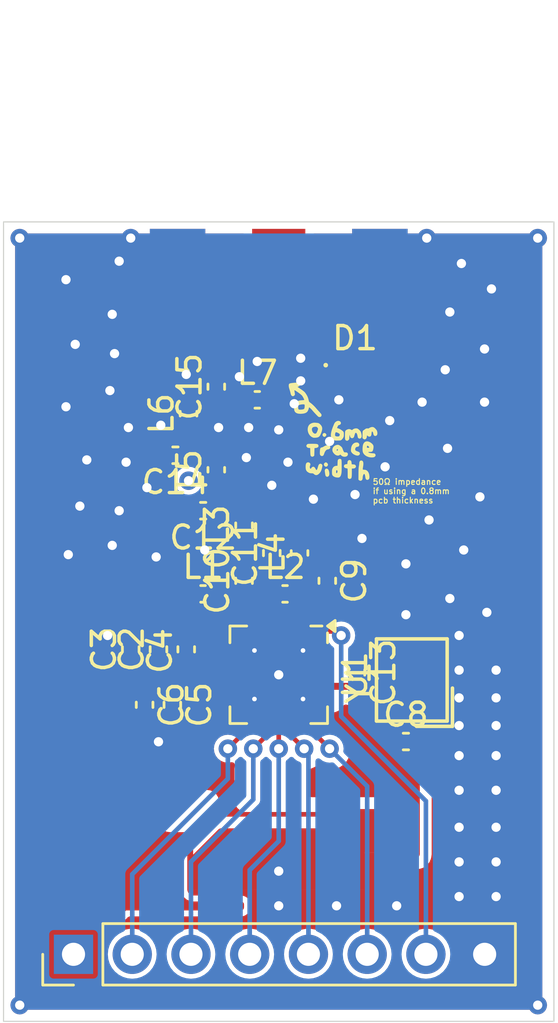
<source format=kicad_pcb>
(kicad_pcb (version 20240108) (generator "pcbnew") (generator_version "8.0")
  (layers (0 "F.Cu" signal) (31 "B.Cu" signal) (34 "B.Paste" user) (35 "F.Paste" user) (36 "B.SilkS" user "B.Silkscreen") (37 "F.SilkS" user "F.Silkscreen") (38 "B.Mask" user) (39 "F.Mask" user) (44 "Edge.Cuts" user))
  (net 0 "")
  (net 1 "GND")
  (net 2 "+3V3")
  (net 3 "RX+")
  (net 4 "TX")
  (net 5 "Net-(C10-Pad2)")
  (net 6 "Net-(C11-Pad2)")
  (net 7 "RX-")
  (net 8 "XIN")
  (net 9 "Net-(Y1-Output)")
  (net 10 "Net-(C14-Pad1)")
  (net 11 "Net-(C15-Pad1)")
  (net 12 "Net-(J2-RF)")
  (net 13 "SCLK")
  (net 16 "MISO")
  (net 18 "nCS")
  (net 20 "nINT")
  (net 22 "SDN")
  (net 24 "MOSI")
  (footprint "LOGO" (layer "F.Cu") (at 202.402191 62.745326)
    (property "Reference" "G***" (hide yes))
    (property "Value" "LOGO" (hide yes))
  )
  (footprint "Capacitor_SMD:C_0402_1005Metric_Pad0.74x0.62mm_HandSolder" (layer "F.Cu") (at 197.82 61.1625 90)
    (property "Reference" "C15" (at 0 -1.16 90) (layer "F.SilkS"))
    (property "Value" "3p3")
    (pad "1" smd roundrect (at -0.5675 0 90) (size 0.735 0.62) (layers "F.Cu" "F.Paste" "F.Mask") (net 11 "Net-(C15-Pad1)"))
    (pad "2" smd roundrect (at 0.5675 0 90) (size 0.735 0.62) (layers "F.Cu" "F.Paste" "F.Mask") (net 1 "GND"))
  )
  (footprint "Capacitor_SMD:C_0402_1005Metric_Pad0.74x0.62mm_HandSolder" (layer "F.Cu") (at 206.02 76.52)
    (property "Reference" "C8" (at 0 -1.16 0) (layer "F.SilkS"))
    (property "Value" "10n")
    (pad "1" smd roundrect (at -0.5675 0) (size 0.735 0.62) (layers "F.Cu" "F.Paste" "F.Mask") (net 2 "+3V3"))
    (pad "2" smd roundrect (at 0.5675 0) (size 0.735 0.62) (layers "F.Cu" "F.Paste" "F.Mask") (net 1 "GND"))
  )
  (footprint "Capacitor_SMD:C_0402_1005Metric_Pad0.74x0.62mm_HandSolder" (layer "F.Cu") (at 200.22 68.3625 90)
    (property "Reference" "C11" (at 0 -1.16 90) (layer "F.SilkS"))
    (property "Value" "1p2")
    (pad "1" smd roundrect (at -0.5675 0 90) (size 0.735 0.62) (layers "F.Cu" "F.Paste" "F.Mask") (net 7 "RX-"))
    (pad "2" smd roundrect (at 0.5675 0 90) (size 0.735 0.62) (layers "F.Cu" "F.Paste" "F.Mask") (net 6 "Net-(C11-Pad2)"))
  )
  (footprint "Capacitor_SMD:C_0402_1005Metric_Pad0.74x0.62mm_HandSolder" (layer "F.Cu") (at 195.92 74.93 -90)
    (property "Reference" "C5" (at 0 -1.16 90) (layer "F.SilkS"))
    (property "Value" "220p")
    (pad "1" smd roundrect (at -0.5675 0 270) (size 0.735 0.62) (layers "F.Cu" "F.Paste" "F.Mask") (net 2 "+3V3"))
    (pad "2" smd roundrect (at 0.5675 0 270) (size 0.735 0.62) (layers "F.Cu" "F.Paste" "F.Mask") (net 1 "GND"))
  )
  (footprint "Capacitor_SMD:C_0402_1005Metric_Pad0.74x0.62mm_HandSolder" (layer "F.Cu") (at 197.2525 66.53 180)
    (property "Reference" "C12" (at 0 -1.16 0) (layer "F.SilkS"))
    (property "Value" "6n8")
    (pad "1" smd roundrect (at -0.5675 0 180) (size 0.735 0.62) (layers "F.Cu" "F.Paste" "F.Mask") (net 6 "Net-(C11-Pad2)"))
    (pad "2" smd roundrect (at 0.5675 0 180) (size 0.735 0.62) (layers "F.Cu" "F.Paste" "F.Mask") (net 1 "GND"))
  )
  (footprint "Inductor_SMD:L_0402_1005Metric_Pad0.77x0.64mm_HandSolder" (layer "F.Cu") (at 197.2475 70.13)
    (property "Reference" "L1" (at 0 -1.17 0) (layer "F.SilkS"))
    (property "Value" "120n")
    (pad "1" smd roundrect (at -0.5725 0) (size 0.765 0.64) (layers "F.Cu" "F.Paste" "F.Mask") (net 2 "+3V3"))
    (pad "2" smd roundrect (at 0.5725 0) (size 0.765 0.64) (layers "F.Cu" "F.Paste" "F.Mask") (net 4 "TX"))
  )
  (footprint "Capacitor_SMD:C_0402_1005Metric_Pad0.74x0.62mm_HandSolder" (layer "F.Cu") (at 196.52 72.53 90)
    (property "Reference" "C4" (at -0.07 -1.14 90) (layer "F.SilkS"))
    (property "Value" "100n")
    (pad "1" smd roundrect (at -0.5675 0 90) (size 0.735 0.62) (layers "F.Cu" "F.Paste" "F.Mask") (net 2 "+3V3"))
    (pad "2" smd roundrect (at 0.5675 0 90) (size 0.735 0.62) (layers "F.Cu" "F.Paste" "F.Mask") (net 1 "GND"))
  )
  (footprint "Diode_SMD:D_0402_1005Metric_Pad0.77x0.64mm_HandSolder" (layer "F.Cu") (at 203.8175 60.23)
    (property "Reference" "D1" (at 0 -1.17 0) (layer "F.SilkS"))
    (property "Value" "D_ESD")
    (pad "1" smd roundrect (at -0.5725 0) (size 0.765 0.64) (layers "F.Cu" "F.Paste" "F.Mask") (net 12 "Net-(J2-RF)"))
    (pad "2" smd roundrect (at 0.5725 0) (size 0.765 0.64) (layers "F.Cu" "F.Paste" "F.Mask") (net 1 "GND"))
  )
  (footprint "Strix:SMA-Edge" (layer "F.Cu") (at 200.52 56.83)
    (property "Reference" "J2")
    (property "Value" "Coax")
    (pad "1" smd rect (at 0 0) (size 2.3 5) (layers "F.Cu" "F.Paste" "F.Mask") (net 12 "Net-(J2-RF)"))
    (pad "2" smd rect (at -4.375 0) (size 2.4 5) (layers "F.Cu" "F.Paste" "F.Mask") (net 1 "GND"))
    (pad "2" smd rect (at -4.375 0) (size 2.4 5) (layers "B.Cu" "B.Paste" "B.Mask") (net 1 "GND"))
    (pad "2" smd rect (at 4.375 0) (size 2.4 5) (layers "F.Cu" "F.Paste" "F.Mask") (net 1 "GND"))
    (pad "2" smd rect (at 4.375 0) (size 2.4 5) (layers "B.Cu" "B.Paste" "B.Mask") (net 1 "GND"))
  )
  (footprint "Inductor_SMD:L_0402_1005Metric_Pad0.77x0.64mm_HandSolder" (layer "F.Cu") (at 197.82 64.7575 90)
    (property "Reference" "L5" (at 0 -1.17 90) (layer "F.SilkS"))
    (property "Value" "12n")
    (pad "1" smd roundrect (at -0.5725 0 90) (size 0.765 0.64) (layers "F.Cu" "F.Paste" "F.Mask") (net 6 "Net-(C11-Pad2)"))
    (pad "2" smd roundrect (at 0.5725 0 90) (size 0.765 0.64) (layers "F.Cu" "F.Paste" "F.Mask") (net 10 "Net-(C14-Pad1)"))
  )
  (footprint "Capacitor_SMD:C_0402_1005Metric_Pad0.74x0.62mm_HandSolder" (layer "F.Cu") (at 195.32 72.53 90)
    (property "Reference" "C2" (at 0 -1.16 90) (layer "F.SilkS"))
    (property "Value" "1u")
    (pad "1" smd roundrect (at -0.5675 0 90) (size 0.735 0.62) (layers "F.Cu" "F.Paste" "F.Mask") (net 2 "+3V3"))
    (pad "2" smd roundrect (at 0.5675 0 90) (size 0.735 0.62) (layers "F.Cu" "F.Paste" "F.Mask") (net 1 "GND"))
  )
  (footprint "Capacitor_SMD:C_0402_1005Metric_Pad0.74x0.62mm_HandSolder" (layer "F.Cu") (at 203.88 73.53 -90)
    (property "Reference" "C13" (at 0 -1.16 90) (layer "F.SilkS"))
    (property "Value" "1n")
    (pad "1" smd roundrect (at -0.5675 0 270) (size 0.735 0.62) (layers "F.Cu" "F.Paste" "F.Mask") (net 9 "Net-(Y1-Output)"))
    (pad "2" smd roundrect (at 0.5675 0 270) (size 0.735 0.62) (layers "F.Cu" "F.Paste" "F.Mask") (net 8 "XIN"))
  )
  (footprint "Inductor_SMD:L_0402_1005Metric_Pad0.77x0.64mm_HandSolder" (layer "F.Cu") (at 199.5925 61.73)
    (property "Reference" "L7" (at 0 -1.17 0) (layer "F.SilkS"))
    (property "Value" "12n")
    (pad "1" smd roundrect (at -0.5725 0) (size 0.765 0.64) (layers "F.Cu" "F.Paste" "F.Mask") (net 11 "Net-(C15-Pad1)"))
    (pad "2" smd roundrect (at 0.5725 0) (size 0.765 0.64) (layers "F.Cu" "F.Paste" "F.Mask") (net 12 "Net-(J2-RF)"))
  )
  (footprint "2T026000VY:CRYSTAL-SMD_4P-L2.5-W2.0-BL-1" (layer "F.Cu") (at 206.2755 73.856 90)
    (property "Reference" "Y1" (at -0.114 -2.30475 90) (layer "F.SilkS"))
    (property "Value" "26MHz")
    (pad "1" smd rect (at -0.95 0.75 90) (size 1.2 1.1) (layers "F.Cu" "F.Paste" "F.Mask") (net 1 "GND"))
    (pad "2" smd rect (at 0.95 0.75 90) (size 1.2 1.1) (layers "F.Cu" "F.Paste" "F.Mask") (net 1 "GND"))
    (pad "3" smd rect (at 0.95 -0.75 90) (size 1.2 1.1) (layers "F.Cu" "F.Paste" "F.Mask") (net 9 "Net-(Y1-Output)"))
    (pad "4" smd rect (at -0.95 -0.75 90) (size 1.2 1.1) (layers "F.Cu" "F.Paste" "F.Mask") (net 2 "+3V3"))
  )
  (footprint "Inductor_SMD:L_0402_1005Metric_Pad0.77x0.64mm_HandSolder" (layer "F.Cu") (at 200.7925 70.13)
    (property "Reference" "L2" (at 0 -1.17 0) (layer "F.SilkS"))
    (property "Value" "18n")
    (pad "1" smd roundrect (at -0.5725 0) (size 0.765 0.64) (layers "F.Cu" "F.Paste" "F.Mask") (net 7 "RX-"))
    (pad "2" smd roundrect (at 0.5725 0) (size 0.765 0.64) (layers "F.Cu" "F.Paste" "F.Mask") (net 3 "RX+"))
  )
  (footprint "Capacitor_SMD:C_0402_1005Metric_Pad0.74x0.62mm_HandSolder" (layer "F.Cu") (at 194.12 72.53 90)
    (property "Reference" "C3" (at 0 -1.16 90) (layer "F.SilkS"))
    (property "Value" "2u2")
    (pad "1" smd roundrect (at -0.5675 0 90) (size 0.735 0.62) (layers "F.Cu" "F.Paste" "F.Mask") (net 2 "+3V3"))
    (pad "2" smd roundrect (at 0.5675 0 90) (size 0.735 0.62) (layers "F.Cu" "F.Paste" "F.Mask") (net 1 "GND"))
  )
  (footprint "Capacitor_SMD:C_0402_1005Metric_Pad0.74x0.62mm_HandSolder" (layer "F.Cu") (at 194.72 74.93 -90)
    (property "Reference" "C6" (at 0 -1.16 90) (layer "F.SilkS"))
    (property "Value" "100p")
    (pad "1" smd roundrect (at -0.5675 0 270) (size 0.735 0.62) (layers "F.Cu" "F.Paste" "F.Mask") (net 2 "+3V3"))
    (pad "2" smd roundrect (at 0.5675 0 270) (size 0.735 0.62) (layers "F.Cu" "F.Paste" "F.Mask") (net 1 "GND"))
  )
  (footprint "Capacitor_SMD:C_0402_1005Metric_Pad0.74x0.62mm_HandSolder" (layer "F.Cu") (at 199.02 69.5625 90)
    (property "Reference" "C10" (at 0 -1.16 90) (layer "F.SilkS"))
    (property "Value" "5p1")
    (pad "1" smd roundrect (at -0.5675 0 90) (size 0.735 0.62) (layers "F.Cu" "F.Paste" "F.Mask") (net 4 "TX"))
    (pad "2" smd roundrect (at 0.5675 0 90) (size 0.735 0.62) (layers "F.Cu" "F.Paste" "F.Mask") (net 5 "Net-(C10-Pad2)"))
  )
  (footprint "Capacitor_SMD:C_0402_1005Metric_Pad0.74x0.62mm_HandSolder" (layer "F.Cu") (at 196.0525 64.13 180)
    (property "Reference" "C14" (at 0 -1.16 0) (layer "F.SilkS"))
    (property "Value" "3p3")
    (pad "1" smd roundrect (at -0.5675 0 180) (size 0.735 0.62) (layers "F.Cu" "F.Paste" "F.Mask") (net 10 "Net-(C14-Pad1)"))
    (pad "2" smd roundrect (at 0.5675 0 180) (size 0.735 0.62) (layers "F.Cu" "F.Paste" "F.Mask") (net 1 "GND"))
  )
  (footprint "Inductor_SMD:L_0402_1005Metric_Pad0.77x0.64mm_HandSolder" (layer "F.Cu") (at 199.02 67.1575 90)
    (property "Reference" "L3" (at 0 -1.17 90) (layer "F.SilkS"))
    (property "Value" "3n3")
    (pad "1" smd roundrect (at -0.5725 0 90) (size 0.765 0.64) (layers "F.Cu" "F.Paste" "F.Mask") (net 5 "Net-(C10-Pad2)"))
    (pad "2" smd roundrect (at 0.5725 0 90) (size 0.765 0.64) (layers "F.Cu" "F.Paste" "F.Mask") (net 6 "Net-(C11-Pad2)"))
  )
  (footprint "Capacitor_SMD:C_0402_1005Metric_Pad0.74x0.62mm_HandSolder" (layer "F.Cu") (at 202.62 69.5625 -90)
    (property "Reference" "C9" (at 0 -1.16 90) (layer "F.SilkS"))
    (property "Value" "3p")
    (pad "1" smd roundrect (at -0.5675 0 270) (size 0.735 0.62) (layers "F.Cu" "F.Paste" "F.Mask") (net 3 "RX+"))
    (pad "2" smd roundrect (at 0.5675 0 270) (size 0.735 0.62) (layers "F.Cu" "F.Paste" "F.Mask") (net 1 "GND"))
  )
  (footprint "Inductor_SMD:L_0402_1005Metric_Pad0.77x0.64mm_HandSolder" (layer "F.Cu") (at 201.42 68.3575 90)
    (property "Reference" "L4" (at 0 -1.17 90) (layer "F.SilkS"))
    (property "Value" "24n")
    (pad "1" smd roundrect (at -0.5725 0 90) (size 0.765 0.64) (layers "F.Cu" "F.Paste" "F.Mask") (net 3 "RX+"))
    (pad "2" smd roundrect (at 0.5725 0 90) (size 0.765 0.64) (layers "F.Cu" "F.Paste" "F.Mask") (net 6 "Net-(C11-Pad2)"))
  )
  (footprint "Strix:Header_Breadboard_1x08" (layer "F.Cu") (at 191.645 85.73 90)
    (property "Reference" "J1")
    (property "Value" "HEADER")
    (pad "1" thru_hole rect (at 0 0 90) (size 1.7 1.7) (drill 1) (layers "*.Cu" "*.Mask") (net 2 "+3V3"))
    (pad "2" thru_hole oval (at 0 2.54 90) (size 1.7 1.7) (drill 1) (layers "*.Cu" "*.Mask") (net 20 "nINT"))
    (pad "3" thru_hole oval (at 0 5.08 90) (size 1.7 1.7) (drill 1) (layers "*.Cu" "*.Mask") (net 13 "SCLK"))
    (pad "4" thru_hole oval (at 0 7.62 90) (size 1.7 1.7) (drill 1) (layers "*.Cu" "*.Mask") (net 16 "MISO"))
    (pad "5" thru_hole oval (at 0 10.16 90) (size 1.7 1.7) (drill 1) (layers "*.Cu" "*.Mask") (net 24 "MOSI"))
    (pad "6" thru_hole oval (at 0 12.7 90) (size 1.7 1.7) (drill 1) (layers "*.Cu" "*.Mask") (net 18 "nCS"))
    (pad "7" thru_hole oval (at 0 15.24 90) (size 1.7 1.7) (drill 1) (layers "*.Cu" "*.Mask") (net 22 "SDN"))
    (pad "8" thru_hole oval (at 0 17.78 90) (size 1.7 1.7) (drill 1) (layers "*.Cu" "*.Mask") (net 1 "GND"))
  )
  (footprint "Package_DFN_QFN:QFN-20-1EP_4x4mm_P0.5mm_EP2.6x2.6mm_ThermalVias" (layer "F.Cu") (at 200.52 73.63 -90)
    (property "Reference" "U1" (at 0 -3.3 -90) (layer "F.SilkS"))
    (property "Value" "Si4463")
    (pad "1" smd roundrect (at -1.925 -1 270) (size 0.85 0.25) (layers "F.Cu" "F.Paste" "F.Mask") (net 22 "SDN"))
    (pad "2" smd roundrect (at -1.925 -0.5 270) (size 0.85 0.25) (layers "F.Cu" "F.Paste" "F.Mask") (net 3 "RX+"))
    (pad "3" smd roundrect (at -1.925 0 270) (size 0.85 0.25) (layers "F.Cu" "F.Paste" "F.Mask") (net 7 "RX-"))
    (pad "4" smd roundrect (at -1.925 0.5 270) (size 0.85 0.25) (layers "F.Cu" "F.Paste" "F.Mask") (net 4 "TX"))
    (pad "5" smd roundrect (at -1.925 1 270) (size 0.85 0.25) (layers "F.Cu" "F.Paste" "F.Mask"))
    (pad "6" smd roundrect (at -1 1.925 270) (size 0.25 0.85) (layers "F.Cu" "F.Paste" "F.Mask") (net 2 "+3V3"))
    (pad "7" smd roundrect (at -0.5 1.925 270) (size 0.25 0.85) (layers "F.Cu" "F.Paste" "F.Mask"))
    (pad "8" smd roundrect (at 0 1.925 270) (size 0.25 0.85) (layers "F.Cu" "F.Paste" "F.Mask") (net 2 "+3V3"))
    (pad "9" smd roundrect (at 0.5 1.925 270) (size 0.25 0.85) (layers "F.Cu" "F.Paste" "F.Mask"))
    (pad "10" smd roundrect (at 1 1.925 270) (size 0.25 0.85) (layers "F.Cu" "F.Paste" "F.Mask"))
    (pad "11" smd roundrect (at 1.925 1 270) (size 0.85 0.25) (layers "F.Cu" "F.Paste" "F.Mask") (net 20 "nINT"))
    (pad "12" smd roundrect (at 1.925 0.5 270) (size 0.85 0.25) (layers "F.Cu" "F.Paste" "F.Mask") (net 13 "SCLK"))
    (pad "13" smd roundrect (at 1.925 0 270) (size 0.85 0.25) (layers "F.Cu" "F.Paste" "F.Mask") (net 16 "MISO"))
    (pad "14" smd roundrect (at 1.925 -0.5 270) (size 0.85 0.25) (layers "F.Cu" "F.Paste" "F.Mask") (net 24 "MOSI"))
    (pad "15" smd roundrect (at 1.925 -1 270) (size 0.85 0.25) (layers "F.Cu" "F.Paste" "F.Mask") (net 18 "nCS"))
    (pad "16" smd roundrect (at 1 -1.925 270) (size 0.25 0.85) (layers "F.Cu" "F.Paste" "F.Mask"))
    (pad "17" smd roundrect (at 0.5 -1.925 270) (size 0.25 0.85) (layers "F.Cu" "F.Paste" "F.Mask") (net 8 "XIN"))
    (pad "18" smd roundrect (at 0 -1.925 270) (size 0.25 0.85) (layers "F.Cu" "F.Paste" "F.Mask") (net 1 "GND"))
    (pad "19" smd roundrect (at -0.5 -1.925 270) (size 0.25 0.85) (layers "F.Cu" "F.Paste" "F.Mask"))
    (pad "20" smd roundrect (at -1 -1.925 270) (size 0.25 0.85) (layers "F.Cu" "F.Paste" "F.Mask"))
    (pad "21" thru_hole circle (at -1.05 -1.05 270) (size 0.5 0.5) (drill 0.2) (property pad_prop_heatsink) (layers "*.Cu") (net 1 "GND"))
    (pad "21" thru_hole circle (at -1.05 1.05 270) (size 0.5 0.5) (drill 0.2) (property pad_prop_heatsink) (layers "*.Cu") (net 1 "GND"))
    (pad "21" smd rect (at 0 0 270) (size 2.6 2.6) (property pad_prop_heatsink) (layers "F.Cu" "F.Mask") (net 1 "GND"))
    (pad "21" smd rect (at 0 0 270) (size 2.6 2.6) (property pad_prop_heatsink) (layers "B.Cu") (net 1 "GND"))
    (pad "21" thru_hole circle (at 1.05 -1.05 270) (size 0.5 0.5) (drill 0.2) (property pad_prop_heatsink) (layers "*.Cu") (net 1 "GND"))
    (pad "21" thru_hole circle (at 1.05 1.05 270) (size 0.5 0.5) (drill 0.2) (property pad_prop_heatsink) (layers "*.Cu") (net 1 "GND"))
  )
  (footprint "Inductor_SMD:L_0402_1005Metric_Pad0.77x0.64mm_HandSolder" (layer "F.Cu") (at 196.62 62.33 90)
    (property "Reference" "L6" (at 0 -1.17 90) (layer "F.SilkS"))
    (property "Value" "24n")
    (pad "1" smd roundrect (at -0.5725 0 90) (size 0.765 0.64) (layers "F.Cu" "F.Paste" "F.Mask") (net 10 "Net-(C14-Pad1)"))
    (pad "2" smd roundrect (at 0.5725 0 90) (size 0.765 0.64) (layers "F.Cu" "F.Paste" "F.Mask") (net 11 "Net-(C15-Pad1)"))
  )
  (gr_line (start 188.62 54.03) (end 212.42 54.03) (stroke (width 0.05)) (layer "Edge.Cuts"))
  (gr_line (start 212.42 88.63) (end 188.62 88.63) (stroke (width 0.05)) (layer "Edge.Cuts"))
  (gr_line (start 212.42 54.03) (end 212.42 88.63) (stroke (width 0.05)) (layer "Edge.Cuts"))
  (gr_line (start 188.62 88.63) (end 188.62 54.03) (stroke (width 0.05)) (layer "Edge.Cuts"))
  (gr_text "50Ω impedance\nif using a 0.8mm\npcb thickness" (at 204.56 66.23 0) (layer "F.SilkS") (effects (font (size 0.25 0.25) (thickness 0.046875) (bold yes)) (justify left bottom)))
  (via (at 196.62 65.23) (size 0.8) (drill 0.4) (layers "F.Cu" "B.Cu") (net 0))
  (segment (start 202.445 73.63) (end 200.52 73.63) (width 0.2) (layer "F.Cu") (net 1))
  (via (at 211.72 54.73) (size 0.8) (drill 0.4) (layers "F.Cu" "B.Cu") (net 1))
  (via (at 195.42 62.83) (size 0.8) (drill 0.4) (layers "F.Cu" "B.Cu") (net 1))
  (via (at 199.22 62.93) (size 0.8) (drill 0.4) (layers "F.Cu" "B.Cu") (net 1))
  (via (at 208.32 74.63) (size 0.8) (drill 0.4) (layers "F.Cu" "B.Cu") (net 1))
  (via (at 199.59 60.07) (size 0.8) (drill 0.4) (layers "F.Cu" "B.Cu") (net 1))
  (via (at 209.92 75.83) (size 0.8) (drill 0.4) (layers "F.Cu" "B.Cu") (net 1))
  (via (at 201.47 60.91) (size 0.8) (drill 0.4) (layers "F.Cu" "B.Cu") (net 1))
  (via (at 193.32 58.03) (size 0.8) (drill 0.4) (layers "F.Cu" "B.Cu") (net 1))
  (via (at 207.92 57.93) (size 0.8) (drill 0.4) (layers "F.Cu" "B.Cu") (net 1))
  (via (at 198.82 60.73) (size 0.8) (drill 0.4) (layers "F.Cu" "B.Cu") (net 1))
  (via (at 200.52 63.03) (size 0.8) (drill 0.4) (layers "F.Cu" "B.Cu") (net 1))
  (via (at 193.12 71.93) (size 0.8) (drill 0.4) (layers "F.Cu" "B.Cu") (net 1))
  (via (at 209.92 73.43) (size 0.8) (drill 0.4) (layers "F.Cu" "B.Cu") (net 1))
  (via (at 208.32 71.93) (size 0.8) (drill 0.4) (layers "F.Cu" "B.Cu") (net 1))
  (via (at 207.82 63.83) (size 0.8) (drill 0.4) (layers "F.Cu" "B.Cu") (net 1))
  (via (at 195.32 76.53) (size 0.8) (drill 0.4) (layers "F.Cu" "B.Cu") (net 1))
  (via (at 208.32 83.23) (size 0.8) (drill 0.4) (layers "F.Cu" "B.Cu") (net 1))
  (via (at 189.32 54.73) (size 0.8) (drill 0.4) (layers "F.Cu" "B.Cu") (net 1))
  (via (at 209.92 74.63) (size 0.8) (drill 0.4) (layers "F.Cu" "B.Cu") (net 1))
  (via (at 191.42 68.43) (size 0.8) (drill 0.4) (layers "F.Cu" "B.Cu") (net 1))
  (via (at 205.62 83.63) (size 0.8) (drill 0.4) (layers "F.Cu" "B.Cu") (net 1))
  (via (at 193.62 66.53) (size 0.8) (drill 0.4) (layers "F.Cu" "B.Cu") (net 1))
  (via (at 208.52 68.23) (size 0.8) (drill 0.4) (layers "F.Cu" "B.Cu") (net 1))
  (via (at 192.22 64.33) (size 0.8) (drill 0.4) (layers "F.Cu" "B.Cu") (net 1))
  (via (at 209.92 78.63) (size 0.8) (drill 0.4) (layers "F.Cu" "B.Cu") (net 1))
  (via (at 208.32 78.63) (size 0.8) (drill 0.4) (layers "F.Cu" "B.Cu") (net 1))
  (via (at 194.82 65.53) (size 0.8) (drill 0.4) (layers "F.Cu" "B.Cu") (net 1))
  (via (at 209.92 83.23) (size 0.8) (drill 0.4) (layers "F.Cu" "B.Cu") (net 1))
  (via (at 189.32 87.93) (size 0.8) (drill 0.4) (layers "F.Cu" "B.Cu") (net 1))
  (via (at 199.12 64.23) (size 0.8) (drill 0.4) (layers "F.Cu" "B.Cu") (net 1))
  (via (at 206.72 61.83) (size 0.8) (drill 0.4) (layers "F.Cu" "B.Cu") (net 1))
  (via (at 208.42 55.83) (size 0.8) (drill 0.4) (layers "F.Cu" "B.Cu") (net 1))
  (via (at 202.02 66.03) (size 0.8) (drill 0.4) (layers "F.Cu" "B.Cu") (net 1))
  (via (at 207.92 70.33) (size 0.8) (drill 0.4) (layers "F.Cu" "B.Cu") (net 1))
  (via (at 194.02 62.93) (size 0.8) (drill 0.4) (layers "F.Cu" "B.Cu") (net 1))
  (via (at 209.72 56.93) (size 0.8) (drill 0.4) (layers "F.Cu" "B.Cu") (net 1))
  (via (at 201.19 61.9) (size 0.8) (drill 0.4) (layers "F.Cu" "B.Cu") (net 1))
  (via (at 209.22 65.93) (size 0.8) (drill 0.4) (layers "F.Cu" "B.Cu") (net 1))
  (via (at 209.92 81.73) (size 0.8) (drill 0.4) (layers "F.Cu" "B.Cu") (net 1))
  (via (at 191.32 62.03) (size 0.8) (drill 0.4) (layers "F.Cu" "B.Cu") (net 1))
  (via (at 211.72 87.93) (size 0.8) (drill 0.4) (layers "F.Cu" "B.Cu") (net 1))
  (via (at 208.32 80.23) (size 0.8) (drill 0.4) (layers "F.Cu" "B.Cu") (net 1))
  (via (at 200.52 73.63) (size 0.8) (drill 0.4) (layers "F.Cu" "B.Cu") (net 1))
  (via (at 200.52 83.63) (size 0.8) (drill 0.4) (layers "F.Cu" "B.Cu") (net 1))
  (via (at 208.32 75.83) (size 0.8) (drill 0.4) (layers "F.Cu" "B.Cu") (net 1))
  (via (at 193.22 61.33) (size 0.8) (drill 0.4) (layers "F.Cu" "B.Cu") (net 1))
  (via (at 193.32 68.03) (size 0.8) (drill 0.4) (layers "F.Cu" "B.Cu") (net 1))
  (via (at 208.32 81.73) (size 0.8) (drill 0.4) (layers "F.Cu" "B.Cu") (net 1))
  (via (at 209.42 59.53) (size 0.8) (drill 0.4) (layers "F.Cu" "B.Cu") (net 1))
  (via (at 200.92 64.43) (size 0.8) (drill 0.4) (layers "F.Cu" "B.Cu") (net 1))
  (via (at 206.02 71.03) (size 0.8) (drill 0.4) (layers "F.Cu" "B.Cu") (net 1))
  (via (at 195.22 68.53) (size 0.8) (drill 0.4) (layers "F.Cu" "B.Cu") (net 1))
  (via (at 191.32 56.53) (size 0.8) (drill 0.4) (layers "F.Cu" "B.Cu") (net 1))
  (via (at 197.32 68.23) (size 0.8) (drill 0.4) (layers "F.Cu" "B.Cu") (net 1))
  (via (at 205.32 62.63) (size 0.8) (drill 0.4) (layers "F.Cu" "B.Cu") (net 1))
  (via (at 205.12 64.63) (size 0.8) (drill 0.4) (layers "F.Cu" "B.Cu") (net 1))
  (via (at 209.92 80.23) (size 0.8) (drill 0.4) (layers "F.Cu" "B.Cu") (net 1))
  (via (at 193.42 59.73) (size 0.8) (drill 0.4) (layers "F.Cu" "B.Cu") (net 1))
  (via (at 197.92 62.93) (size 0.8) (drill 0.4) (layers "F.Cu" "B.Cu") (net 1))
  (via (at 206.02 68.83) (size 0.8) (drill 0.4) (layers "F.Cu" "B.Cu") (net 1))
  (via (at 194.12 54.73) (size 0.8) (drill 0.4) (layers "F.Cu" "B.Cu") (net 1))
  (via (at 196.52 60.63) (size 0.8) (drill 0.4) (layers "F.Cu" "B.Cu") (net 1))
  (via (at 207.72 60.43) (size 0.8) (drill 0.4) (layers "F.Cu" "B.Cu") (net 1))
  (via (at 209.92 77.13) (size 0.8) (drill 0.4) (layers "F.Cu" "B.Cu") (net 1))
  (via (at 191.72 59.33) (size 0.8) (drill 0.4) (layers "F.Cu" "B.Cu") (net 1))
  (via (at 206.92 54.73) (size 0.8) (drill 0.4) (layers "F.Cu" "B.Cu") (net 1))
  (via (at 209.52 70.93) (size 0.8) (drill 0.4) (layers "F.Cu" "B.Cu") (net 1))
  (via (at 207.02 66.93) (size 0.8) (drill 0.4) (layers "F.Cu" "B.Cu") (net 1))
  (via (at 202.72 63.53) (size 0.8) (drill 0.4) (layers "F.Cu" "B.Cu") (net 1))
  (via (at 201.47 59.93) (size 0.8) (drill 0.4) (layers "F.Cu" "B.Cu") (net 1))
  (via (at 209.42 61.83) (size 0.8) (drill 0.4) (layers "F.Cu" "B.Cu") (net 1))
  (via (at 193.92 64.43) (size 0.8) (drill 0.4) (layers "F.Cu" "B.Cu") (net 1))
  (via (at 200.22 65.43) (size 0.8) (drill 0.4) (layers "F.Cu" "B.Cu") (net 1))
  (via (at 193.62 55.73) (size 0.8) (drill 0.4) (layers "F.Cu" "B.Cu") (net 1))
  (via (at 203.82 65.83) (size 0.8) (drill 0.4) (layers "F.Cu" "B.Cu") (net 1))
  (via (at 203.12 61.73) (size 0.8) (drill 0.4) (layers "F.Cu" "B.Cu") (net 1))
  (via (at 204.12 67.73) (size 0.8) (drill 0.4) (layers "F.Cu" "B.Cu") (net 1))
  (via (at 200.52 82.13) (size 0.8) (drill 0.4) (layers "F.Cu" "B.Cu") (net 1))
  (via (at 208.32 73.43) (size 0.8) (drill 0.4) (layers "F.Cu" "B.Cu") (net 1))
  (via (at 208.32 77.13) (size 0.8) (drill 0.4) (layers "F.Cu" "B.Cu") (net 1))
  (via (at 191.92 66.33) (size 0.8) (drill 0.4) (layers "F.Cu" "B.Cu") (net 1))
  (via (at 203.02 83.63) (size 0.8) (drill 0.4) (layers "F.Cu" "B.Cu") (net 1))
  (segment (start 191.645 85.73) (end 197.705 79.67) (width 0.2) (layer "F.Cu") (net 2))
  (segment (start 197.705 79.67) (end 202.3025 79.67) (width 0.2) (layer "F.Cu") (net 2))
  (segment (start 202.3025 79.67) (end 205.4525 76.52) (width 0.2) (layer "F.Cu") (net 2))
  (segment (start 202.555 68.93) (end 202.62 68.995) (width 0.3) (layer "F.Cu") (net 3))
  (segment (start 201.365 68.985) (end 201.42 68.93) (width 0.3) (layer "F.Cu") (net 3))
  (segment (start 201.02 70.475) (end 201.365 70.13) (width 0.2) (layer "F.Cu") (net 3))
  (segment (start 201.02 71.705) (end 201.02 70.475) (width 0.2) (layer "F.Cu") (net 3))
  (segment (start 201.42 68.93) (end 202.555 68.93) (width 0.3) (layer "F.Cu") (net 3))
  (segment (start 201.365 70.13) (end 201.365 68.985) (width 0.3) (layer "F.Cu") (net 3))
  (segment (start 200.02 71.13) (end 200.02 71.705) (width 0.2) (layer "F.Cu") (net 4))
  (segment (start 197.82 70.13) (end 199.02 70.13) (width 0.3) (layer "F.Cu") (net 4))
  (segment (start 199.02 70.13) (end 200.02 71.13) (width 0.2) (layer "F.Cu") (net 4))
  (segment (start 199.02 67.73) (end 199.02 68.995) (width 0.3) (layer "F.Cu") (net 5))
  (segment (start 197.82 65.33) (end 197.82 66.53) (width 0.3) (layer "F.Cu") (net 6))
  (segment (start 200.22 67.795) (end 200.22 67.785) (width 0.3) (layer "F.Cu") (net 6))
  (segment (start 200.23 67.785) (end 200.22 67.795) (width 0.3) (layer "F.Cu") (net 6))
  (segment (start 199.02 66.585) (end 197.875 66.585) (width 0.3) (layer "F.Cu") (net 6))
  (segment (start 201.42 67.785) (end 200.23 67.785) (width 0.3) (layer "F.Cu") (net 6))
  (segment (start 197.875 66.585) (end 197.82 66.53) (width 0.3) (layer "F.Cu") (net 6))
  (segment (start 200.22 67.785) (end 199.02 66.585) (width 0.3) (layer "F.Cu") (net 6))
  (segment (start 200.52 70.43) (end 200.22 70.13) (width 0.2) (layer "F.Cu") (net 7))
  (segment (start 200.52 71.705) (end 200.52 70.43) (width 0.2) (layer "F.Cu") (net 7))
  (segment (start 200.22 70.13) (end 200.22 68.93) (width 0.3) (layer "F.Cu") (net 7))
  (segment (start 203.88 74.0975) (end 203.6125 74.0975) (width 0.2) (layer "F.Cu") (net 8))
  (segment (start 203.9875 74.13) (end 204.02 74.0975) (width 0.3) (layer "F.Cu") (net 8))
  (segment (start 203.58 74.13) (end 203.9875 74.13) (width 0.3) (layer "F.Cu") (net 8))
  (segment (start 202.445 74.13) (end 203.58 74.13) (width 0.3) (layer "F.Cu") (net 8))
  (segment (start 203.6125 74.0975) (end 203.58 74.13) (width 0.2) (layer "F.Cu") (net 8))
  (segment (start 204.02 72.9625) (end 204.26 72.9625) (width 0.3) (layer "F.Cu") (net 9))
  (segment (start 204.26 72.9625) (end 205.4025 72.9625) (width 0.3) (layer "F.Cu") (net 9))
  (segment (start 205.4025 72.9625) (end 205.42 72.98) (width 0.3) (layer "F.Cu") (net 9))
  (segment (start 203.88 72.9625) (end 204.26 72.9625) (width 0.2) (layer "F.Cu") (net 9))
  (segment (start 196.62 64.13) (end 196.62 62.9025) (width 0.3) (layer "F.Cu") (net 10))
  (segment (start 197.82 64.185) (end 196.675 64.185) (width 0.3) (layer "F.Cu") (net 10))
  (segment (start 196.675 64.185) (end 196.62 64.13) (width 0.3) (layer "F.Cu") (net 10))
  (segment (start 197.7925 61.7575) (end 197.82 61.73) (width 0.3) (layer "F.Cu") (net 11))
  (segment (start 196.62 61.7575) (end 197.7925 61.7575) (width 0.3) (layer "F.Cu") (net 11))
  (segment (start 197.82 61.73) (end 199.02 61.73) (width 0.3) (layer "F.Cu") (net 11))
  (segment (start 200.165 61.73) (end 200.227107 61.667893) (width 0.3) (layer "F.Cu") (net 12))
  (segment (start 200.52 56.83) (end 203.2475 59.5575) (width 0.2) (layer "F.Cu") (net 12))
  (segment (start 200.52 60.960786) (end 200.52 56.83) (width 0.6) (layer "F.Cu") (net 12))
  (segment (start 203.2475 59.5575) (end 203.2475 60.23) (width 0.2) (layer "F.Cu") (net 12))
  (arc (start 200.52 60.960786) (mid 200.44388 61.343469) (end 200.227107 61.667893) (width 0.6) (layer "F.Cu") (net 12))
  (segment (start 200.02 75.555) (end 200.02 76.23) (width 0.2) (layer "F.Cu") (net 13))
  (segment (start 200.02 76.23) (end 199.42 76.83) (width 0.2) (layer "F.Cu") (net 13))
  (via (at 199.42 76.83) (size 0.8) (drill 0.4) (layers "F.Cu" "B.Cu") (net 13))
  (segment (start 196.725 85.73) (end 196.725 81.725) (width 0.2) (layer "B.Cu") (net 13))
  (segment (start 196.725 81.725) (end 199.42 79.03) (width 0.2) (layer "B.Cu") (net 13))
  (segment (start 199.42 79.03) (end 199.42 76.83) (width 0.2) (layer "B.Cu") (net 13))
  (segment (start 200.52 75.555) (end 200.52 76.83) (width 0.2) (layer "F.Cu") (net 16))
  (via (at 200.52 76.83) (size 0.8) (drill 0.4) (layers "F.Cu" "B.Cu") (net 16))
  (segment (start 200.52 80.83) (end 199.265 82.085) (width 0.2) (layer "B.Cu") (net 16))
  (segment (start 199.265 82.085) (end 199.265 85.73) (width 0.2) (layer "B.Cu") (net 16))
  (segment (start 200.52 76.83) (end 200.52 80.83) (width 0.2) (layer "B.Cu") (net 16))
  (segment (start 201.52 75.555) (end 201.52 75.63) (width 0.2) (layer "F.Cu") (net 18))
  (segment (start 201.52 75.63) (end 202.72 76.83) (width 0.2) (layer "F.Cu") (net 18))
  (via (at 202.72 76.83) (size 0.8) (drill 0.4) (layers "F.Cu" "B.Cu") (net 18))
  (segment (start 202.72 76.83) (end 204.345 78.455) (width 0.2) (layer "B.Cu") (net 18))
  (segment (start 204.345 78.455) (end 204.345 85.73) (width 0.2) (layer "B.Cu") (net 18))
  (segment (start 199.52 75.555) (end 199.52 75.63) (width 0.2) (layer "F.Cu") (net 20))
  (segment (start 199.52 75.63) (end 198.32 76.83) (width 0.2) (layer "F.Cu") (net 20))
  (via (at 198.32 76.83) (size 0.8) (drill 0.4) (layers "F.Cu" "B.Cu") (net 20))
  (segment (start 194.185 82.265) (end 194.185 85.73) (width 0.2) (layer "B.Cu") (net 20))
  (segment (start 198.32 78.13) (end 194.185 82.265) (width 0.2) (layer "B.Cu") (net 20))
  (segment (start 198.32 76.83) (end 198.32 78.13) (width 0.2) (layer "B.Cu") (net 20))
  (segment (start 203.22 71.93) (end 202.995 71.705) (width 0.3) (layer "F.Cu") (net 22))
  (segment (start 202.995 71.705) (end 201.52 71.705) (width 0.3) (layer "F.Cu") (net 22))
  (via (at 203.22 71.93) (size 0.8) (drill 0.4) (layers "F.Cu" "B.Cu") (net 22))
  (segment (start 206.885 85.73) (end 206.885 79.095) (width 0.2) (layer "B.Cu") (net 22))
  (segment (start 206.885 79.095) (end 203.22 75.43) (width 0.2) (layer "B.Cu") (net 22))
  (segment (start 203.22 75.43) (end 203.22 71.93) (width 0.2) (layer "B.Cu") (net 22))
  (segment (start 201.02 76.23) (end 201.62 76.83) (width 0.2) (layer "F.Cu") (net 24))
  (segment (start 201.02 75.555) (end 201.02 76.23) (width 0.2) (layer "F.Cu") (net 24))
  (via (at 201.62 76.83) (size 0.8) (drill 0.4) (layers "F.Cu" "B.Cu") (net 24))
  (segment (start 201.805 77.015) (end 201.805 85.73) (width 0.2) (layer "B.Cu") (net 24))
  (segment (start 201.62 76.83) (end 201.805 77.015) (width 0.2) (layer "B.Cu") (net 24))
  (zone (net 1) (net_name "GND") (layer "F.Cu") (priority 2) (connect_pads yes (clearance 0.508)) (min_thickness 0.254) (fill yes (thermal_gap 0.508) (thermal_bridge_width 0.508))
    (polygon (pts (xy 201.92 79.13) (xy 205.22 79.13) (xy 205.22 81.33) (xy 204.22 81.33) (xy 204.22 82.93) (xy 196.82 82.93) (xy 196.82 79.93) (xy 195.82 79.93) (xy 195.82 79.13) (xy 199.12 79.13) (xy 199.12 77.53) (xy 201.92 77.53)))
  )
  (zone (net 1) (net_name "GND") (layer "F.Cu") (priority 2) (connect_pads yes (clearance 0)) (min_thickness 0.254) (fill yes (thermal_gap 0.508) (thermal_bridge_width 0.508))
    (polygon (pts (xy 196.52 77.33) (xy 194.12 77.33) (xy 194.12 74.93) (xy 196.52 74.93)))
  )
  (zone (net 1) (net_name "GND") (layer "F.Cu") (priority 2) (connect_pads yes (clearance 0)) (min_thickness 0.254) (fill yes (thermal_gap 0.508) (thermal_bridge_width 0.508))
    (polygon (pts (xy 197.02 72.53) (xy 192.62 72.53) (xy 192.62 71.33) (xy 197.02 71.33)))
  )
  (zone (net 2) (net_name "+3V3") (layer "F.Cu") (priority 3) (connect_pads yes (clearance 0.508)) (min_thickness 0.254) (fill yes (thermal_gap 0.508) (thermal_bridge_width 0.508))
    (polygon (pts (xy 205.42 81.53) (xy 205.42 78.93) (xy 201.82 78.93) (xy 201.82 73.83) (xy 206.62 73.83) (xy 206.62 81.53)))
  )
  (zone (net 2) (net_name "+3V3") (layer "F.Cu") (priority 1) (connect_pads yes (clearance 0)) (min_thickness 0.254) (fill yes (thermal_gap 0.508) (thermal_bridge_width 0.508))
    (polygon (pts (xy 199.02 83.83) (xy 193.92 83.83) (xy 192.92 84.83) (xy 192.92 86.93) (xy 190.52 86.93) (xy 190.52 69.53) (xy 199.02 69.53)))
  )
  (zone (net 1) (net_name "GND") (layer "F.Cu") (connect_pads (clearance 0.254)) (min_thickness 0.254) (fill yes (thermal_gap 0.508) (thermal_bridge_width 0.508))
    (polygon (pts (xy 212.42 88.63) (xy 188.62 88.63) (xy 188.62 54.03) (xy 212.42 54.03)))
  )
  (zone (net 1) (net_name "GND") (layer "B.Cu") (priority 2) (connect_pads yes (clearance 0)) (min_thickness 0.254) (fill yes (thermal_gap 0.508) (thermal_bridge_width 0.508))
    (polygon (pts (xy 212.42 88.63) (xy 188.62 88.63) (xy 188.62 54.03) (xy 212.42 54.03)))
  )
)
</source>
